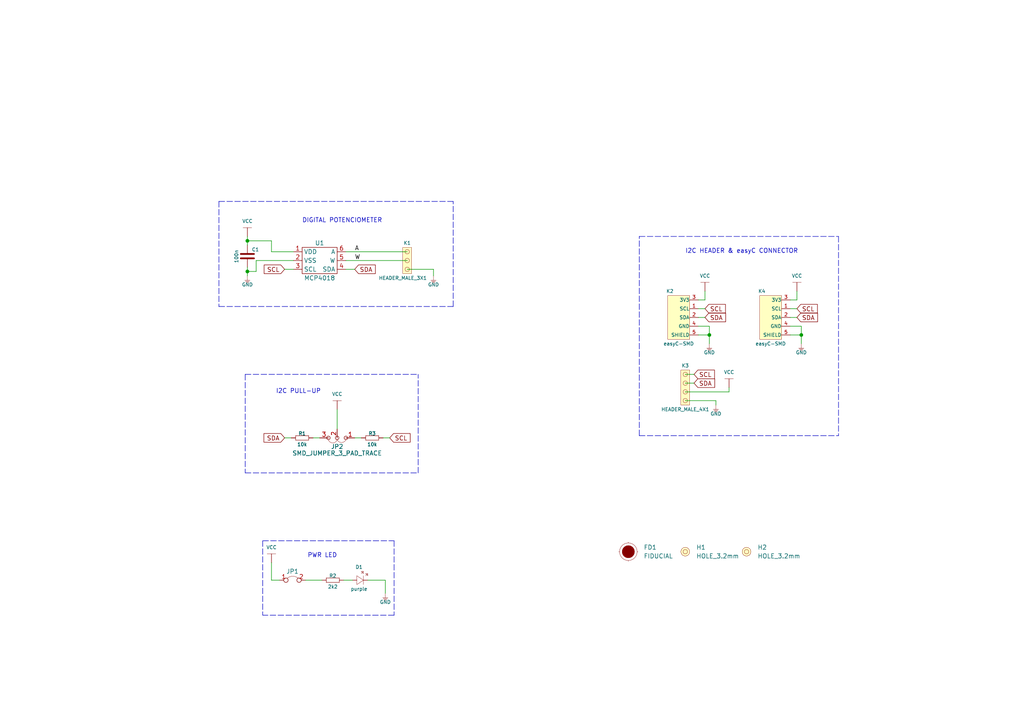
<source format=kicad_sch>
(kicad_sch (version 20210621) (generator eeschema)

  (uuid 672ee9c1-96de-493e-8e00-eb357c183045)

  (paper "A4")

  (lib_symbols
    (symbol "e-radionica.com schematics:0402LED" (pin_numbers hide) (pin_names (offset 0.254) hide) (in_bom yes) (on_board yes)
      (property "Reference" "D" (id 0) (at -0.635 2.54 0)
        (effects (font (size 1 1)))
      )
      (property "Value" "0402LED" (id 1) (at 0 -2.54 0)
        (effects (font (size 1 1)))
      )
      (property "Footprint" "e-radionica.com footprinti:0402LED" (id 2) (at 0 5.08 0)
        (effects (font (size 1 1)) hide)
      )
      (property "Datasheet" "" (id 3) (at 0 0 0)
        (effects (font (size 1 1)) hide)
      )
      (property "Package" "0402" (id 4) (at 0 0 0)
        (effects (font (size 1.27 1.27)) hide)
      )
      (symbol "0402LED_0_1"
        (polyline
          (pts
            (xy -0.635 1.27)
            (xy 1.27 0)
          )
          (stroke (width 0.0006)) (fill (type none))
        )
        (polyline
          (pts
            (xy 0.635 1.905)
            (xy 1.27 2.54)
          )
          (stroke (width 0.0006)) (fill (type none))
        )
        (polyline
          (pts
            (xy 1.27 1.27)
            (xy 1.27 -1.27)
          )
          (stroke (width 0.0006)) (fill (type none))
        )
        (polyline
          (pts
            (xy 1.905 1.27)
            (xy 2.54 1.905)
          )
          (stroke (width 0.0006)) (fill (type none))
        )
        (polyline
          (pts
            (xy -0.635 1.27)
            (xy -0.635 -1.27)
            (xy 1.27 0)
          )
          (stroke (width 0.0006)) (fill (type none))
        )
        (polyline
          (pts
            (xy 1.27 2.54)
            (xy 0.635 2.54)
            (xy 1.27 1.905)
            (xy 1.27 2.54)
          )
          (stroke (width 0.0006)) (fill (type none))
        )
        (polyline
          (pts
            (xy 2.54 1.905)
            (xy 1.905 1.905)
            (xy 2.54 1.27)
            (xy 2.54 1.905)
          )
          (stroke (width 0.0006)) (fill (type none))
        )
      )
      (symbol "0402LED_1_1"
        (pin passive line (at -1.905 0 0) (length 1.27)
          (name "A" (effects (font (size 1.27 1.27))))
          (number "1" (effects (font (size 1.27 1.27))))
        )
        (pin passive line (at 2.54 0 180) (length 1.27)
          (name "K" (effects (font (size 1.27 1.27))))
          (number "2" (effects (font (size 1.27 1.27))))
        )
      )
    )
    (symbol "e-radionica.com schematics:0402R" (pin_numbers hide) (pin_names (offset 0.254)) (in_bom yes) (on_board yes)
      (property "Reference" "R" (id 0) (at -1.905 1.27 0)
        (effects (font (size 1 1)))
      )
      (property "Value" "0402R" (id 1) (at 0 -1.27 0)
        (effects (font (size 1 1)))
      )
      (property "Footprint" "e-radionica.com footprinti:0402R" (id 2) (at -2.54 1.905 0)
        (effects (font (size 1 1)) hide)
      )
      (property "Datasheet" "" (id 3) (at -2.54 1.905 0)
        (effects (font (size 1 1)) hide)
      )
      (symbol "0402R_0_1"
        (rectangle (start -1.905 -0.635) (end 1.905 -0.6604)
          (stroke (width 0.1)) (fill (type none))
        )
        (rectangle (start -1.905 0.635) (end -1.8796 -0.635)
          (stroke (width 0.1)) (fill (type none))
        )
        (rectangle (start -1.905 0.635) (end 1.905 0.6096)
          (stroke (width 0.1)) (fill (type none))
        )
        (rectangle (start 1.905 0.635) (end 1.9304 -0.635)
          (stroke (width 0.1)) (fill (type none))
        )
      )
      (symbol "0402R_1_1"
        (pin passive line (at -3.175 0 0) (length 1.27)
          (name "~" (effects (font (size 1.27 1.27))))
          (number "1" (effects (font (size 1.27 1.27))))
        )
        (pin passive line (at 3.175 0 180) (length 1.27)
          (name "~" (effects (font (size 1.27 1.27))))
          (number "2" (effects (font (size 1.27 1.27))))
        )
      )
    )
    (symbol "e-radionica.com schematics:0603C" (pin_numbers hide) (pin_names (offset 0.002)) (in_bom yes) (on_board yes)
      (property "Reference" "C" (id 0) (at -0.635 3.175 0)
        (effects (font (size 1 1)))
      )
      (property "Value" "0603C" (id 1) (at 0 -3.175 0)
        (effects (font (size 1 1)))
      )
      (property "Footprint" "e-radionica.com footprinti:0603C" (id 2) (at 0 0 0)
        (effects (font (size 1 1)) hide)
      )
      (property "Datasheet" "" (id 3) (at 0 0 0)
        (effects (font (size 1 1)) hide)
      )
      (symbol "0603C_0_1"
        (polyline
          (pts
            (xy -0.635 1.905)
            (xy -0.635 -1.905)
          )
          (stroke (width 0.5)) (fill (type none))
        )
        (polyline
          (pts
            (xy 0.635 1.905)
            (xy 0.635 -1.905)
          )
          (stroke (width 0.5)) (fill (type none))
        )
      )
      (symbol "0603C_1_1"
        (pin passive line (at -3.175 0 0) (length 2.54)
          (name "~" (effects (font (size 1.27 1.27))))
          (number "1" (effects (font (size 1.27 1.27))))
        )
        (pin passive line (at 3.175 0 180) (length 2.54)
          (name "~" (effects (font (size 1.27 1.27))))
          (number "2" (effects (font (size 1.27 1.27))))
        )
      )
    )
    (symbol "e-radionica.com schematics:0603R" (pin_numbers hide) (pin_names (offset 0.254)) (in_bom yes) (on_board yes)
      (property "Reference" "R" (id 0) (at -1.905 1.905 0)
        (effects (font (size 1 1)))
      )
      (property "Value" "0603R" (id 1) (at 0 -1.905 0)
        (effects (font (size 1 1)))
      )
      (property "Footprint" "e-radionica.com footprinti:0603R" (id 2) (at -0.635 1.905 0)
        (effects (font (size 1 1)) hide)
      )
      (property "Datasheet" "" (id 3) (at -0.635 1.905 0)
        (effects (font (size 1 1)) hide)
      )
      (symbol "0603R_0_1"
        (rectangle (start -1.905 -0.635) (end 1.905 -0.6604)
          (stroke (width 0.1)) (fill (type none))
        )
        (rectangle (start -1.905 0.635) (end -1.8796 -0.635)
          (stroke (width 0.1)) (fill (type none))
        )
        (rectangle (start -1.905 0.635) (end 1.905 0.6096)
          (stroke (width 0.1)) (fill (type none))
        )
        (rectangle (start 1.905 0.635) (end 1.9304 -0.635)
          (stroke (width 0.1)) (fill (type none))
        )
      )
      (symbol "0603R_1_1"
        (pin passive line (at -3.175 0 0) (length 1.27)
          (name "~" (effects (font (size 1.27 1.27))))
          (number "1" (effects (font (size 1.27 1.27))))
        )
        (pin passive line (at 3.175 0 180) (length 1.27)
          (name "~" (effects (font (size 1.27 1.27))))
          (number "2" (effects (font (size 1.27 1.27))))
        )
      )
    )
    (symbol "e-radionica.com schematics:FIDUCIAL" (in_bom no) (on_board yes)
      (property "Reference" "FD" (id 0) (at 0 3.81 0)
        (effects (font (size 1.27 1.27)))
      )
      (property "Value" "FIDUCIAL" (id 1) (at 0 -3.81 0)
        (effects (font (size 1.27 1.27)))
      )
      (property "Footprint" "e-radionica.com footprinti:FIDUCIAL_23" (id 2) (at 0.254 -5.334 0)
        (effects (font (size 1.27 1.27)) hide)
      )
      (property "Datasheet" "" (id 3) (at 0 0 0)
        (effects (font (size 1.27 1.27)) hide)
      )
      (symbol "FIDUCIAL_0_1"
        (circle (center 0 0) (radius 2.54) (stroke (width 0.0006)) (fill (type none)))
        (circle (center 0 0) (radius 1.7961) (stroke (width 0.001)) (fill (type outline)))
        (polyline
          (pts
            (xy -2.54 0)
            (xy -2.794 0)
          )
          (stroke (width 0.0006)) (fill (type none))
        )
        (polyline
          (pts
            (xy 0 -2.54)
            (xy 0 -2.794)
          )
          (stroke (width 0.0006)) (fill (type none))
        )
        (polyline
          (pts
            (xy 0 2.54)
            (xy 0 2.794)
          )
          (stroke (width 0.0006)) (fill (type none))
        )
        (polyline
          (pts
            (xy 2.54 0)
            (xy 2.794 0)
          )
          (stroke (width 0.0006)) (fill (type none))
        )
      )
    )
    (symbol "e-radionica.com schematics:GND" (power) (pin_names (offset 0)) (in_bom yes) (on_board yes)
      (property "Reference" "#PWR" (id 0) (at 4.445 0 0)
        (effects (font (size 1 1)) hide)
      )
      (property "Value" "GND" (id 1) (at 0 -2.921 0)
        (effects (font (size 1 1)))
      )
      (property "Footprint" "" (id 2) (at 4.445 3.81 0)
        (effects (font (size 1 1)) hide)
      )
      (property "Datasheet" "" (id 3) (at 4.445 3.81 0)
        (effects (font (size 1 1)) hide)
      )
      (property "ki_keywords" "power-flag" (id 4) (at 0 0 0)
        (effects (font (size 1.27 1.27)) hide)
      )
      (property "ki_description" "Power symbol creates a global label with name \"+3V3\"" (id 5) (at 0 0 0)
        (effects (font (size 1.27 1.27)) hide)
      )
      (symbol "GND_0_1"
        (polyline
          (pts
            (xy -0.762 -1.27)
            (xy 0.762 -1.27)
          )
          (stroke (width 0.0006)) (fill (type none))
        )
        (polyline
          (pts
            (xy -0.635 -1.524)
            (xy 0.635 -1.524)
          )
          (stroke (width 0.0006)) (fill (type none))
        )
        (polyline
          (pts
            (xy -0.381 -1.778)
            (xy 0.381 -1.778)
          )
          (stroke (width 0.0006)) (fill (type none))
        )
        (polyline
          (pts
            (xy -0.127 -2.032)
            (xy 0.127 -2.032)
          )
          (stroke (width 0.0006)) (fill (type none))
        )
        (polyline
          (pts
            (xy 0 0)
            (xy 0 -1.27)
          )
          (stroke (width 0.0006)) (fill (type none))
        )
      )
      (symbol "GND_1_1"
        (pin power_in line (at 0 0 270) (length 0) hide
          (name "GND" (effects (font (size 1.27 1.27))))
          (number "1" (effects (font (size 1.27 1.27))))
        )
      )
    )
    (symbol "e-radionica.com schematics:HEADER_MALE_3X1" (pin_numbers hide) (pin_names hide) (in_bom yes) (on_board yes)
      (property "Reference" "K" (id 0) (at -0.635 5.08 0)
        (effects (font (size 1 1)))
      )
      (property "Value" "HEADER_MALE_3X1" (id 1) (at 0 -5.08 0)
        (effects (font (size 1 1)))
      )
      (property "Footprint" "e-radionica.com footprinti:HEADER_MALE_3X1" (id 2) (at 0 -7.62 0)
        (effects (font (size 1 1)) hide)
      )
      (property "Datasheet" "" (id 3) (at 0 -2.54 0)
        (effects (font (size 1 1)) hide)
      )
      (symbol "HEADER_MALE_3X1_0_1"
        (circle (center 0 -2.54) (radius 0.635) (stroke (width 0.0006)) (fill (type none)))
        (circle (center 0 0) (radius 0.635) (stroke (width 0.0006)) (fill (type none)))
        (circle (center 0 2.54) (radius 0.635) (stroke (width 0.0006)) (fill (type none)))
        (rectangle (start 1.27 -3.81) (end -1.27 3.81)
          (stroke (width 0.001)) (fill (type background))
        )
      )
      (symbol "HEADER_MALE_3X1_1_1"
        (pin passive line (at 0 -2.54 180) (length 0)
          (name "~" (effects (font (size 1 1))))
          (number "1" (effects (font (size 1 1))))
        )
        (pin passive line (at 0 0 180) (length 0)
          (name "~" (effects (font (size 1 1))))
          (number "2" (effects (font (size 1 1))))
        )
        (pin passive line (at 0 2.54 180) (length 0)
          (name "~" (effects (font (size 1 1))))
          (number "3" (effects (font (size 1 1))))
        )
      )
    )
    (symbol "e-radionica.com schematics:HEADER_MALE_4X1" (pin_numbers hide) (pin_names hide) (in_bom yes) (on_board yes)
      (property "Reference" "K" (id 0) (at -0.635 7.62 0)
        (effects (font (size 1 1)))
      )
      (property "Value" "HEADER_MALE_4X1" (id 1) (at 0 -5.08 0)
        (effects (font (size 1 1)))
      )
      (property "Footprint" "e-radionica.com footprinti:HEADER_MALE_4X1" (id 2) (at 0 -2.54 0)
        (effects (font (size 1 1)) hide)
      )
      (property "Datasheet" "" (id 3) (at 0 -2.54 0)
        (effects (font (size 1 1)) hide)
      )
      (symbol "HEADER_MALE_4X1_0_1"
        (circle (center 0 -2.54) (radius 0.635) (stroke (width 0.0006)) (fill (type none)))
        (circle (center 0 0) (radius 0.635) (stroke (width 0.0006)) (fill (type none)))
        (circle (center 0 2.54) (radius 0.635) (stroke (width 0.0006)) (fill (type none)))
        (circle (center 0 5.08) (radius 0.635) (stroke (width 0.0006)) (fill (type none)))
        (rectangle (start 1.27 -3.81) (end -1.27 6.35)
          (stroke (width 0.001)) (fill (type background))
        )
      )
      (symbol "HEADER_MALE_4X1_1_1"
        (pin passive line (at 0 -2.54 180) (length 0)
          (name "~" (effects (font (size 1 1))))
          (number "1" (effects (font (size 1 1))))
        )
        (pin passive line (at 0 0 180) (length 0)
          (name "~" (effects (font (size 1 1))))
          (number "2" (effects (font (size 1 1))))
        )
        (pin passive line (at 0 2.54 180) (length 0)
          (name "~" (effects (font (size 1 1))))
          (number "3" (effects (font (size 1 1))))
        )
        (pin passive line (at 0 5.08 180) (length 0)
          (name "~" (effects (font (size 1 1))))
          (number "4" (effects (font (size 1 1))))
        )
      )
    )
    (symbol "e-radionica.com schematics:HOLE_3.2mm" (pin_numbers hide) (pin_names hide) (in_bom yes) (on_board yes)
      (property "Reference" "H" (id 0) (at 0 2.54 0)
        (effects (font (size 1.27 1.27)))
      )
      (property "Value" "HOLE_3.2mm" (id 1) (at 0 -2.54 0)
        (effects (font (size 1.27 1.27)))
      )
      (property "Footprint" "e-radionica.com footprinti:HOLE_3.2mm" (id 2) (at 0 0 0)
        (effects (font (size 1.27 1.27)) hide)
      )
      (property "Datasheet" "" (id 3) (at 0 0 0)
        (effects (font (size 1.27 1.27)) hide)
      )
      (symbol "HOLE_3.2mm_0_1"
        (circle (center 0 0) (radius 0.635) (stroke (width 0.0006)) (fill (type none)))
        (circle (center 0 0) (radius 1.27) (stroke (width 0.001)) (fill (type background)))
      )
    )
    (symbol "e-radionica.com schematics:MCP4018" (in_bom yes) (on_board yes)
      (property "Reference" "U" (id 0) (at 0 5.08 0)
        (effects (font (size 1.27 1.27)))
      )
      (property "Value" "MCP4018" (id 1) (at 0 -5.08 0)
        (effects (font (size 1.27 1.27)))
      )
      (property "Footprint" "e-radionica.com footprinti:SC70-6" (id 2) (at 0 -7.62 0)
        (effects (font (size 1.27 1.27)) hide)
      )
      (property "Datasheet" "" (id 3) (at 0 0 0)
        (effects (font (size 1.27 1.27)) hide)
      )
      (symbol "MCP4018_0_1"
        (rectangle (start -5.08 3.81) (end 5.08 -3.81)
          (stroke (width 0.1524)) (fill (type none))
        )
      )
      (symbol "MCP4018_1_1"
        (pin power_in line (at -7.62 2.54 0) (length 2.54)
          (name "VDD" (effects (font (size 1.27 1.27))))
          (number "1" (effects (font (size 1.27 1.27))))
        )
        (pin power_in line (at -7.62 0 0) (length 2.54)
          (name "VSS" (effects (font (size 1.27 1.27))))
          (number "2" (effects (font (size 1.27 1.27))))
        )
        (pin bidirectional line (at -7.62 -2.54 0) (length 2.54)
          (name "SCL" (effects (font (size 1.27 1.27))))
          (number "3" (effects (font (size 1.27 1.27))))
        )
        (pin bidirectional line (at 7.62 -2.54 180) (length 2.54)
          (name "SDA" (effects (font (size 1.27 1.27))))
          (number "4" (effects (font (size 1.27 1.27))))
        )
        (pin bidirectional line (at 7.62 0 180) (length 2.54)
          (name "W" (effects (font (size 1.27 1.27))))
          (number "5" (effects (font (size 1.27 1.27))))
        )
        (pin bidirectional line (at 7.62 2.54 180) (length 2.54)
          (name "A" (effects (font (size 1.27 1.27))))
          (number "6" (effects (font (size 1.27 1.27))))
        )
      )
    )
    (symbol "e-radionica.com schematics:SMD-JUMPER-CONNECTED_TRACE_SLODERMASK" (in_bom yes) (on_board yes)
      (property "Reference" "JP" (id 0) (at 0 3.556 0)
        (effects (font (size 1.27 1.27)))
      )
      (property "Value" "SMD-JUMPER-CONNECTED_TRACE_SLODERMASK" (id 1) (at 0 -2.54 0)
        (effects (font (size 1.27 1.27)))
      )
      (property "Footprint" "e-radionica.com footprinti:SMD-JUMPER-CONNECTED_TRACE_SLODERMASK" (id 2) (at 0 -5.715 0)
        (effects (font (size 1.27 1.27)) hide)
      )
      (property "Datasheet" "" (id 3) (at 0 0 0)
        (effects (font (size 1.27 1.27)) hide)
      )
      (symbol "SMD-JUMPER-CONNECTED_TRACE_SLODERMASK_0_1"
        (arc (start -1.8034 0.5588) (end 1.397 0.5842) (radius (at -0.1875 -1.4124) (length 2.5489) (angles 129.3 51.6))
          (stroke (width 0.0006)) (fill (type none))
        )
      )
      (symbol "SMD-JUMPER-CONNECTED_TRACE_SLODERMASK_1_1"
        (pin passive inverted (at -4.064 0 0) (length 2.54)
          (name "" (effects (font (size 1.27 1.27))))
          (number "1" (effects (font (size 1.27 1.27))))
        )
        (pin passive inverted (at 3.556 0 180) (length 2.54)
          (name "" (effects (font (size 1.27 1.27))))
          (number "2" (effects (font (size 1.27 1.27))))
        )
      )
    )
    (symbol "e-radionica.com schematics:SMD_JUMPER_3_PAD_TRACE" (in_bom yes) (on_board yes)
      (property "Reference" "JP" (id 0) (at 0.0254 5.461 0)
        (effects (font (size 1.27 1.27)))
      )
      (property "Value" "SMD_JUMPER_3_PAD_TRACE" (id 1) (at 0.3048 -4.572 0)
        (effects (font (size 1.27 1.27)))
      )
      (property "Footprint" "e-radionica.com footprinti:SMD_JUMPER_3_PAD_TRACE" (id 2) (at 0 -1.27 0)
        (effects (font (size 1.27 1.27)) hide)
      )
      (property "Datasheet" "" (id 3) (at 0 0 0)
        (effects (font (size 1.27 1.27)) hide)
      )
      (symbol "SMD_JUMPER_3_PAD_TRACE_0_1"
        (arc (start -2.54 0.508) (end 0 0.508) (radius (at -1.27 -0.0203) (length 1.3755) (angles 157.4 22.6))
          (stroke (width 0.0006)) (fill (type none))
        )
        (arc (start 0 0.508) (end 2.54 0.508) (radius (at 1.27 0.1612) (length 1.3165) (angles 164.7 15.3))
          (stroke (width 0.0006)) (fill (type none))
        )
        (circle (center -2.54 0) (radius 0.508) (stroke (width 0.1524)) (fill (type none)))
        (circle (center 0 0) (radius 0.508) (stroke (width 0.1524)) (fill (type none)))
        (circle (center 2.54 0) (radius 0.508) (stroke (width 0.1524)) (fill (type none)))
      )
      (symbol "SMD_JUMPER_3_PAD_TRACE_1_1"
        (pin input line (at -5.08 0 0) (length 2.54)
          (name "" (effects (font (size 1.27 1.27))))
          (number "1" (effects (font (size 1.27 1.27))))
        )
        (pin input line (at 0 -2.54 90) (length 2.54)
          (name "" (effects (font (size 1.27 1.27))))
          (number "2" (effects (font (size 1.27 1.27))))
        )
        (pin input line (at 5.08 0 180) (length 2.54)
          (name "" (effects (font (size 1.27 1.27))))
          (number "3" (effects (font (size 1.27 1.27))))
        )
      )
    )
    (symbol "e-radionica.com schematics:VCC" (power) (pin_names (offset 0)) (in_bom yes) (on_board yes)
      (property "Reference" "#PWR" (id 0) (at 4.445 0 0)
        (effects (font (size 1 1)) hide)
      )
      (property "Value" "VCC" (id 1) (at 0 3.556 0)
        (effects (font (size 1 1)))
      )
      (property "Footprint" "" (id 2) (at 4.445 3.81 0)
        (effects (font (size 1 1)) hide)
      )
      (property "Datasheet" "" (id 3) (at 4.445 3.81 0)
        (effects (font (size 1 1)) hide)
      )
      (property "ki_keywords" "power-flag" (id 4) (at 0 0 0)
        (effects (font (size 1.27 1.27)) hide)
      )
      (property "ki_description" "Power symbol creates a global label with name \"VCC\"" (id 5) (at 0 0 0)
        (effects (font (size 1.27 1.27)) hide)
      )
      (symbol "VCC_0_1"
        (polyline
          (pts
            (xy -1.27 2.54)
            (xy 1.27 2.54)
          )
          (stroke (width 0.0006)) (fill (type none))
        )
        (polyline
          (pts
            (xy 0 0)
            (xy 0 2.54)
          )
          (stroke (width 0)) (fill (type none))
        )
      )
      (symbol "VCC_1_1"
        (pin power_in line (at 0 0 90) (length 0) hide
          (name "VCC" (effects (font (size 1.27 1.27))))
          (number "1" (effects (font (size 1.27 1.27))))
        )
      )
    )
    (symbol "e-radionica.com schematics:easyC-SMD" (pin_names (offset 0.002)) (in_bom yes) (on_board yes)
      (property "Reference" "K" (id 0) (at -2.54 10.16 0)
        (effects (font (size 1 1)))
      )
      (property "Value" "easyC-SMD" (id 1) (at 0 -5.08 0)
        (effects (font (size 1 1)))
      )
      (property "Footprint" "e-radionica.com footprinti:easyC-connector" (id 2) (at 3.175 2.54 0)
        (effects (font (size 1 1)) hide)
      )
      (property "Datasheet" "" (id 3) (at 3.175 2.54 0)
        (effects (font (size 1 1)) hide)
      )
      (symbol "easyC-SMD_0_1"
        (rectangle (start -3.175 8.89) (end 3.175 -3.81)
          (stroke (width 0.001)) (fill (type background))
        )
      )
      (symbol "easyC-SMD_1_1"
        (pin passive line (at 5.715 5.08 180) (length 2.54)
          (name "SCL" (effects (font (size 1 1))))
          (number "1" (effects (font (size 1 1))))
        )
        (pin passive line (at 5.715 2.54 180) (length 2.54)
          (name "SDA" (effects (font (size 1 1))))
          (number "2" (effects (font (size 1 1))))
        )
        (pin passive line (at 5.715 7.62 180) (length 2.54)
          (name "3V3" (effects (font (size 1 1))))
          (number "3" (effects (font (size 1 1))))
        )
        (pin passive line (at 5.715 0 180) (length 2.54)
          (name "GND" (effects (font (size 1 1))))
          (number "4" (effects (font (size 1 1))))
        )
        (pin passive line (at 5.715 -2.54 180) (length 2.54)
          (name "SHIELD" (effects (font (size 1 1))))
          (number "5" (effects (font (size 1 1))))
        )
      )
    )
  )

  (junction (at 71.755 69.85) (diameter 0.9144) (color 0 0 0 0))
  (junction (at 71.755 78.74) (diameter 0.9144) (color 0 0 0 0))
  (junction (at 205.74 97.155) (diameter 0.9144) (color 0 0 0 0))
  (junction (at 232.41 97.155) (diameter 0.9144) (color 0 0 0 0))

  (wire (pts (xy 71.755 68.58) (xy 71.755 69.85))
    (stroke (width 0) (type solid) (color 0 0 0 0))
    (uuid 62479371-498e-4774-89a8-375f81f7cc92)
  )
  (wire (pts (xy 71.755 69.85) (xy 71.755 71.12))
    (stroke (width 0) (type solid) (color 0 0 0 0))
    (uuid 62479371-498e-4774-89a8-375f81f7cc92)
  )
  (wire (pts (xy 71.755 77.47) (xy 71.755 78.74))
    (stroke (width 0) (type solid) (color 0 0 0 0))
    (uuid ac0923ca-43dd-41a0-86b0-2395ed6a53e6)
  )
  (wire (pts (xy 71.755 78.74) (xy 71.755 80.01))
    (stroke (width 0) (type solid) (color 0 0 0 0))
    (uuid ac0923ca-43dd-41a0-86b0-2395ed6a53e6)
  )
  (wire (pts (xy 74.295 75.565) (xy 74.295 78.74))
    (stroke (width 0) (type solid) (color 0 0 0 0))
    (uuid 2c78e546-114b-46b5-8c91-b0bb61509ba4)
  )
  (wire (pts (xy 74.295 78.74) (xy 71.755 78.74))
    (stroke (width 0) (type solid) (color 0 0 0 0))
    (uuid 2c78e546-114b-46b5-8c91-b0bb61509ba4)
  )
  (wire (pts (xy 78.74 69.85) (xy 71.755 69.85))
    (stroke (width 0) (type solid) (color 0 0 0 0))
    (uuid df13bfa3-8175-4e7c-9d32-64d1f7e9caf6)
  )
  (wire (pts (xy 78.74 73.025) (xy 78.74 69.85))
    (stroke (width 0) (type solid) (color 0 0 0 0))
    (uuid df13bfa3-8175-4e7c-9d32-64d1f7e9caf6)
  )
  (wire (pts (xy 78.74 168.275) (xy 78.74 163.195))
    (stroke (width 0) (type solid) (color 0 0 0 0))
    (uuid b01f7654-bc34-447e-ab6a-a044b371059d)
  )
  (wire (pts (xy 81.026 168.275) (xy 78.74 168.275))
    (stroke (width 0) (type solid) (color 0 0 0 0))
    (uuid 8784baad-eb80-4c87-ba17-f9d2a831ab48)
  )
  (wire (pts (xy 82.55 78.105) (xy 85.09 78.105))
    (stroke (width 0) (type solid) (color 0 0 0 0))
    (uuid dd1af8b5-bcce-4cbd-8d02-ef4186e0f6dc)
  )
  (wire (pts (xy 82.55 127) (xy 84.455 127))
    (stroke (width 0) (type solid) (color 0 0 0 0))
    (uuid 5a646355-716c-434c-813b-adfd4187ec40)
  )
  (wire (pts (xy 85.09 73.025) (xy 78.74 73.025))
    (stroke (width 0) (type solid) (color 0 0 0 0))
    (uuid df13bfa3-8175-4e7c-9d32-64d1f7e9caf6)
  )
  (wire (pts (xy 85.09 75.565) (xy 74.295 75.565))
    (stroke (width 0) (type solid) (color 0 0 0 0))
    (uuid 2c78e546-114b-46b5-8c91-b0bb61509ba4)
  )
  (wire (pts (xy 88.646 168.275) (xy 93.345 168.275))
    (stroke (width 0) (type solid) (color 0 0 0 0))
    (uuid f46b43b9-462b-4412-a44e-d5ef5f0e4855)
  )
  (wire (pts (xy 90.805 127) (xy 92.71 127))
    (stroke (width 0) (type solid) (color 0 0 0 0))
    (uuid 422b7069-a7c4-40a3-a0a9-4bed39d3be1e)
  )
  (wire (pts (xy 97.79 118.745) (xy 97.79 124.46))
    (stroke (width 0) (type solid) (color 0 0 0 0))
    (uuid 7c051912-bb33-44a5-b78b-b25f5e735664)
  )
  (wire (pts (xy 99.695 168.275) (xy 102.235 168.275))
    (stroke (width 0) (type solid) (color 0 0 0 0))
    (uuid 9cbcb59d-bf51-41f1-8f94-a624f94ce02c)
  )
  (wire (pts (xy 100.33 73.025) (xy 118.11 73.025))
    (stroke (width 0) (type solid) (color 0 0 0 0))
    (uuid 9195da9f-1781-4678-a9df-174db52de8a1)
  )
  (wire (pts (xy 100.33 75.565) (xy 118.11 75.565))
    (stroke (width 0) (type solid) (color 0 0 0 0))
    (uuid 0af3500f-0f3e-4599-8f36-66cdd67c5a90)
  )
  (wire (pts (xy 100.33 78.105) (xy 102.87 78.105))
    (stroke (width 0) (type solid) (color 0 0 0 0))
    (uuid a90eb7cc-e0f0-4593-ac6b-33839c1a7a37)
  )
  (wire (pts (xy 102.87 127) (xy 104.775 127))
    (stroke (width 0) (type solid) (color 0 0 0 0))
    (uuid d329dc9d-6ee5-4cfc-9a55-50d3a0d03f31)
  )
  (wire (pts (xy 106.68 168.275) (xy 111.76 168.275))
    (stroke (width 0) (type solid) (color 0 0 0 0))
    (uuid 29b8a57b-de41-4c86-8155-53ab1205d224)
  )
  (wire (pts (xy 111.125 127) (xy 113.03 127))
    (stroke (width 0) (type solid) (color 0 0 0 0))
    (uuid 4071bb2d-05b1-474a-b12e-45461548f617)
  )
  (wire (pts (xy 111.76 168.275) (xy 111.76 172.085))
    (stroke (width 0) (type solid) (color 0 0 0 0))
    (uuid 27365360-de3d-4f3a-85ae-c8a02d727860)
  )
  (wire (pts (xy 125.73 78.105) (xy 118.11 78.105))
    (stroke (width 0) (type solid) (color 0 0 0 0))
    (uuid 5f5220c0-b895-492c-83d0-3212af97c9bb)
  )
  (wire (pts (xy 125.73 80.01) (xy 125.73 78.105))
    (stroke (width 0) (type solid) (color 0 0 0 0))
    (uuid 5f5220c0-b895-492c-83d0-3212af97c9bb)
  )
  (wire (pts (xy 198.755 108.585) (xy 201.295 108.585))
    (stroke (width 0) (type solid) (color 0 0 0 0))
    (uuid 69685247-8eab-4973-8c09-866a87103f46)
  )
  (wire (pts (xy 198.755 111.125) (xy 201.295 111.125))
    (stroke (width 0) (type solid) (color 0 0 0 0))
    (uuid 5e467db3-8247-4800-8b55-9042a5424688)
  )
  (wire (pts (xy 198.755 113.665) (xy 211.455 113.665))
    (stroke (width 0) (type solid) (color 0 0 0 0))
    (uuid 5859d514-c1d7-4b0f-b11f-43868d90e9a9)
  )
  (wire (pts (xy 198.755 116.205) (xy 207.645 116.205))
    (stroke (width 0) (type solid) (color 0 0 0 0))
    (uuid ff8a5ddd-9947-44e3-b3ee-c2dde7454b10)
  )
  (wire (pts (xy 202.565 86.995) (xy 204.47 86.995))
    (stroke (width 0) (type solid) (color 0 0 0 0))
    (uuid 8ec5419e-d212-4702-b2b6-8f57646ac26f)
  )
  (wire (pts (xy 202.565 89.535) (xy 204.47 89.535))
    (stroke (width 0) (type solid) (color 0 0 0 0))
    (uuid 8133f0ee-b535-43a5-9f5e-22ad73f9f526)
  )
  (wire (pts (xy 202.565 92.075) (xy 204.47 92.075))
    (stroke (width 0) (type solid) (color 0 0 0 0))
    (uuid 5bac669f-6830-479c-95b7-d64f4970aa8c)
  )
  (wire (pts (xy 202.565 94.615) (xy 205.74 94.615))
    (stroke (width 0) (type solid) (color 0 0 0 0))
    (uuid 58b84b12-bff0-4662-b90d-32d3383b1fe9)
  )
  (wire (pts (xy 202.565 97.155) (xy 205.74 97.155))
    (stroke (width 0) (type solid) (color 0 0 0 0))
    (uuid ecc60e9e-fb32-44a1-bc7c-71d68741848b)
  )
  (wire (pts (xy 204.47 86.995) (xy 204.47 84.455))
    (stroke (width 0) (type solid) (color 0 0 0 0))
    (uuid 42fb77e8-107c-41df-b93e-403a2b24123a)
  )
  (wire (pts (xy 205.74 94.615) (xy 205.74 97.155))
    (stroke (width 0) (type solid) (color 0 0 0 0))
    (uuid eabefbe3-1f54-4e51-b49e-3119f050cf5e)
  )
  (wire (pts (xy 205.74 97.155) (xy 205.74 99.695))
    (stroke (width 0) (type solid) (color 0 0 0 0))
    (uuid 6ae498fb-34e0-4767-a8cc-0719a7621d25)
  )
  (wire (pts (xy 207.645 116.205) (xy 207.645 117.475))
    (stroke (width 0) (type solid) (color 0 0 0 0))
    (uuid 058f674c-2dd5-4454-ae9d-c2ad86dc21c4)
  )
  (wire (pts (xy 211.455 113.665) (xy 211.455 112.395))
    (stroke (width 0) (type solid) (color 0 0 0 0))
    (uuid 55e75d6c-2478-44c8-9596-11557e067dac)
  )
  (wire (pts (xy 229.235 86.995) (xy 231.14 86.995))
    (stroke (width 0) (type solid) (color 0 0 0 0))
    (uuid ecf38acc-fcaf-462f-8883-30f85a91c8b7)
  )
  (wire (pts (xy 229.235 89.535) (xy 231.14 89.535))
    (stroke (width 0) (type solid) (color 0 0 0 0))
    (uuid bd78546e-17b2-4a62-87de-14d9b378c6e4)
  )
  (wire (pts (xy 229.235 92.075) (xy 231.14 92.075))
    (stroke (width 0) (type solid) (color 0 0 0 0))
    (uuid 8baaff35-3943-4312-9abb-b0b19cff1c8c)
  )
  (wire (pts (xy 229.235 94.615) (xy 232.41 94.615))
    (stroke (width 0) (type solid) (color 0 0 0 0))
    (uuid fad1270b-910c-4cd0-bf56-23ccfa674681)
  )
  (wire (pts (xy 229.235 97.155) (xy 232.41 97.155))
    (stroke (width 0) (type solid) (color 0 0 0 0))
    (uuid 03b3beee-2c30-4c21-b6ef-4864a4640355)
  )
  (wire (pts (xy 231.14 86.995) (xy 231.14 84.455))
    (stroke (width 0) (type solid) (color 0 0 0 0))
    (uuid 58289661-db4b-4a7e-ad25-8ef6cd85c772)
  )
  (wire (pts (xy 232.41 94.615) (xy 232.41 97.155))
    (stroke (width 0) (type solid) (color 0 0 0 0))
    (uuid 188cfe44-ef89-47d9-89ea-93c809792a64)
  )
  (wire (pts (xy 232.41 97.155) (xy 232.41 99.695))
    (stroke (width 0) (type solid) (color 0 0 0 0))
    (uuid 5d21b5d2-4d43-4673-9946-9097cfe5b5b7)
  )
  (polyline (pts (xy 63.5 58.42) (xy 63.5 88.9))
    (stroke (width 0) (type dash) (color 0 0 0 0))
    (uuid 1ab5c45f-3a83-426f-828a-670d40d9e756)
  )
  (polyline (pts (xy 63.5 58.42) (xy 131.445 58.42))
    (stroke (width 0) (type dash) (color 0 0 0 0))
    (uuid 1ab5c45f-3a83-426f-828a-670d40d9e756)
  )
  (polyline (pts (xy 63.5 88.9) (xy 131.445 88.9))
    (stroke (width 0) (type dash) (color 0 0 0 0))
    (uuid 1ab5c45f-3a83-426f-828a-670d40d9e756)
  )
  (polyline (pts (xy 71.12 108.585) (xy 71.12 137.16))
    (stroke (width 0) (type dash) (color 0 0 0 0))
    (uuid acabcc7e-075b-4ff1-b0f7-e6ce2ad598dc)
  )
  (polyline (pts (xy 71.12 108.585) (xy 121.285 108.585))
    (stroke (width 0) (type dash) (color 0 0 0 0))
    (uuid acabcc7e-075b-4ff1-b0f7-e6ce2ad598dc)
  )
  (polyline (pts (xy 71.12 137.16) (xy 121.285 137.16))
    (stroke (width 0) (type dash) (color 0 0 0 0))
    (uuid acabcc7e-075b-4ff1-b0f7-e6ce2ad598dc)
  )
  (polyline (pts (xy 76.2 156.845) (xy 76.2 178.435))
    (stroke (width 0) (type dash) (color 0 0 0 0))
    (uuid 93afa188-18ac-4bc6-921e-51513649c017)
  )
  (polyline (pts (xy 76.2 156.845) (xy 114.3 156.845))
    (stroke (width 0) (type dash) (color 0 0 0 0))
    (uuid 255fd520-20aa-465e-9994-89400e6b7651)
  )
  (polyline (pts (xy 114.3 156.845) (xy 114.3 178.435))
    (stroke (width 0) (type dash) (color 0 0 0 0))
    (uuid f45a6ffa-6fde-4f23-9eca-f0c19e3daf0f)
  )
  (polyline (pts (xy 114.3 178.435) (xy 76.2 178.435))
    (stroke (width 0) (type dash) (color 0 0 0 0))
    (uuid 1ef1eed1-2f0c-430f-bc65-0a0968888031)
  )
  (polyline (pts (xy 121.285 137.16) (xy 121.285 108.585))
    (stroke (width 0) (type dash) (color 0 0 0 0))
    (uuid acabcc7e-075b-4ff1-b0f7-e6ce2ad598dc)
  )
  (polyline (pts (xy 131.445 88.9) (xy 131.445 58.42))
    (stroke (width 0) (type dash) (color 0 0 0 0))
    (uuid 1ab5c45f-3a83-426f-828a-670d40d9e756)
  )
  (polyline (pts (xy 185.42 68.58) (xy 243.205 68.58))
    (stroke (width 0) (type dash) (color 0 0 0 0))
    (uuid 6e87833f-53e0-4eb4-810c-b778c318b170)
  )
  (polyline (pts (xy 185.42 126.365) (xy 185.42 68.58))
    (stroke (width 0) (type dash) (color 0 0 0 0))
    (uuid 6e87833f-53e0-4eb4-810c-b778c318b170)
  )
  (polyline (pts (xy 185.42 126.365) (xy 243.205 126.365))
    (stroke (width 0) (type dash) (color 0 0 0 0))
    (uuid 6e87833f-53e0-4eb4-810c-b778c318b170)
  )
  (polyline (pts (xy 243.205 68.58) (xy 243.205 126.365))
    (stroke (width 0) (type dash) (color 0 0 0 0))
    (uuid 6e87833f-53e0-4eb4-810c-b778c318b170)
  )

  (text "I2C PULL-UP" (at 80.01 114.3 0)
    (effects (font (size 1.27 1.27)) (justify left bottom))
    (uuid 06e78be1-8b3b-47ef-a9e2-6ad081bc7cd2)
  )
  (text "DIGITAL POTENCIOMETER" (at 87.63 64.77 0)
    (effects (font (size 1.27 1.27)) (justify left bottom))
    (uuid e7293745-36b5-4ce5-981d-cd6eb8260c42)
  )
  (text "PWR LED" (at 97.79 161.925 180)
    (effects (font (size 1.27 1.27)) (justify right bottom))
    (uuid 99cc2985-71d5-47d9-840c-f3740c2952b1)
  )
  (text "I2C HEADER & easyC CONNECTOR" (at 198.755 73.66 0)
    (effects (font (size 1.27 1.27)) (justify left bottom))
    (uuid 2d3c7a27-ad53-4867-8889-70d688e4d958)
  )

  (label "A" (at 102.87 73.025 0)
    (effects (font (size 1.27 1.27)) (justify left bottom))
    (uuid ca1db6f7-3e01-4c38-a009-ae18e0dee91e)
  )
  (label "W" (at 102.87 75.565 0)
    (effects (font (size 1.27 1.27)) (justify left bottom))
    (uuid b3a8834c-f516-4733-9cf7-8d3a3c728faf)
  )

  (global_label "SCL" (shape input) (at 82.55 78.105 180)
    (effects (font (size 1.27 1.27)) (justify right))
    (uuid f355c9b2-7193-4603-b8c2-72316fc60fbd)
    (property "Intersheet References" "${INTERSHEET_REFS}" (id 0) (at 73.8958 78.1844 0)
      (effects (font (size 1.27 1.27)) (justify right) hide)
    )
  )
  (global_label "SDA" (shape input) (at 82.55 127 180)
    (effects (font (size 1.27 1.27)) (justify right))
    (uuid 54b06975-4c0d-4cb4-b0d1-a0cf1e2c2260)
    (property "Intersheet References" "${INTERSHEET_REFS}" (id 0) (at 73.8353 126.9206 0)
      (effects (font (size 1.27 1.27)) (justify right) hide)
    )
  )
  (global_label "SDA" (shape input) (at 102.87 78.105 0)
    (effects (font (size 1.27 1.27)) (justify left))
    (uuid 6ae59fae-7c0b-498d-a89c-b92782760e23)
    (property "Intersheet References" "${INTERSHEET_REFS}" (id 0) (at 111.5847 78.1844 0)
      (effects (font (size 1.27 1.27)) (justify left) hide)
    )
  )
  (global_label "SCL" (shape input) (at 113.03 127 0)
    (effects (font (size 1.27 1.27)) (justify left))
    (uuid 15ef0b73-3404-4840-94db-6ee78e443453)
    (property "Intersheet References" "${INTERSHEET_REFS}" (id 0) (at 121.6842 126.9206 0)
      (effects (font (size 1.27 1.27)) (justify left) hide)
    )
  )
  (global_label "SCL" (shape input) (at 201.295 108.585 0)
    (effects (font (size 1.27 1.27)) (justify left))
    (uuid b2725eb1-5333-4030-8d28-64b4539a61c7)
    (property "Intersheet References" "${INTERSHEET_REFS}" (id 0) (at 209.9492 108.5056 0)
      (effects (font (size 1.27 1.27)) (justify left) hide)
    )
  )
  (global_label "SDA" (shape input) (at 201.295 111.125 0)
    (effects (font (size 1.27 1.27)) (justify left))
    (uuid f5d3d8b4-4317-49a3-9a0f-02d4e296c33f)
    (property "Intersheet References" "${INTERSHEET_REFS}" (id 0) (at 210.0097 111.2044 0)
      (effects (font (size 1.27 1.27)) (justify left) hide)
    )
  )
  (global_label "SCL" (shape input) (at 204.47 89.535 0)
    (effects (font (size 1.27 1.27)) (justify left))
    (uuid 156205bd-30db-4890-808e-da0c37d12def)
    (property "Intersheet References" "${INTERSHEET_REFS}" (id 0) (at 214.9385 89.4556 0)
      (effects (font (size 1.27 1.27)) (justify left) hide)
    )
  )
  (global_label "SDA" (shape input) (at 204.47 92.075 0)
    (effects (font (size 1.27 1.27)) (justify left))
    (uuid 8b01b9b2-2299-4b4e-9f37-971ce4c3fc90)
    (property "Intersheet References" "${INTERSHEET_REFS}" (id 0) (at 214.999 92.1544 0)
      (effects (font (size 1.27 1.27)) (justify left) hide)
    )
  )
  (global_label "SCL" (shape input) (at 231.14 89.535 0)
    (effects (font (size 1.27 1.27)) (justify left))
    (uuid e265aa00-878b-4c0d-86a2-b8020f832e27)
    (property "Intersheet References" "${INTERSHEET_REFS}" (id 0) (at 241.6085 89.4556 0)
      (effects (font (size 1.27 1.27)) (justify left) hide)
    )
  )
  (global_label "SDA" (shape input) (at 231.14 92.075 0)
    (effects (font (size 1.27 1.27)) (justify left))
    (uuid 722c7e29-acb7-428b-9043-5da93788c0da)
    (property "Intersheet References" "${INTERSHEET_REFS}" (id 0) (at 241.669 92.1544 0)
      (effects (font (size 1.27 1.27)) (justify left) hide)
    )
  )

  (symbol (lib_id "e-radionica.com schematics:GND") (at 71.755 80.01 0) (unit 1)
    (in_bom yes) (on_board yes)
    (uuid a18014c3-303f-48bd-a5c6-1878d24dee0a)
    (property "Reference" "#PWR02" (id 0) (at 76.2 80.01 0)
      (effects (font (size 1 1)) hide)
    )
    (property "Value" "GND" (id 1) (at 71.755 82.55 0)
      (effects (font (size 1 1)))
    )
    (property "Footprint" "" (id 2) (at 76.2 76.2 0)
      (effects (font (size 1 1)) hide)
    )
    (property "Datasheet" "" (id 3) (at 76.2 76.2 0)
      (effects (font (size 1 1)) hide)
    )
    (pin "1" (uuid 71383f5a-0971-4976-af1f-38454863e0bb))
  )

  (symbol (lib_id "e-radionica.com schematics:GND") (at 111.76 172.085 0) (unit 1)
    (in_bom yes) (on_board yes)
    (uuid 3387d863-c128-4649-ba73-091896b6d67a)
    (property "Reference" "#PWR05" (id 0) (at 116.205 172.085 0)
      (effects (font (size 1 1)) hide)
    )
    (property "Value" "GND" (id 1) (at 111.76 174.625 0)
      (effects (font (size 1 1)))
    )
    (property "Footprint" "" (id 2) (at 116.205 168.275 0)
      (effects (font (size 1 1)) hide)
    )
    (property "Datasheet" "" (id 3) (at 116.205 168.275 0)
      (effects (font (size 1 1)) hide)
    )
    (pin "1" (uuid 3dd070be-ca31-4fe7-9f59-24b5ddd1991c))
  )

  (symbol (lib_id "e-radionica.com schematics:GND") (at 125.73 80.01 0) (unit 1)
    (in_bom yes) (on_board yes)
    (uuid 01ffabf9-eccc-4a94-bd91-8ef4076545ce)
    (property "Reference" "#PWR06" (id 0) (at 130.175 80.01 0)
      (effects (font (size 1 1)) hide)
    )
    (property "Value" "GND" (id 1) (at 125.73 82.55 0)
      (effects (font (size 1 1)))
    )
    (property "Footprint" "" (id 2) (at 130.175 76.2 0)
      (effects (font (size 1 1)) hide)
    )
    (property "Datasheet" "" (id 3) (at 130.175 76.2 0)
      (effects (font (size 1 1)) hide)
    )
    (pin "1" (uuid 76b738ff-e5fd-42e4-8f3b-e96aa98ea228))
  )

  (symbol (lib_id "e-radionica.com schematics:GND") (at 205.74 99.695 0) (unit 1)
    (in_bom yes) (on_board yes)
    (uuid 9d720028-a977-4db1-a676-de2280344ace)
    (property "Reference" "#PWR08" (id 0) (at 210.185 99.695 0)
      (effects (font (size 1 1)) hide)
    )
    (property "Value" "GND" (id 1) (at 205.74 102.235 0)
      (effects (font (size 1 1)))
    )
    (property "Footprint" "" (id 2) (at 210.185 95.885 0)
      (effects (font (size 1 1)) hide)
    )
    (property "Datasheet" "" (id 3) (at 210.185 95.885 0)
      (effects (font (size 1 1)) hide)
    )
    (pin "1" (uuid 7bf4ade2-205f-41a2-aaa4-dddd04c492f6))
  )

  (symbol (lib_id "e-radionica.com schematics:GND") (at 207.645 117.475 0) (unit 1)
    (in_bom yes) (on_board yes)
    (uuid eb5208d6-a598-43e0-80e0-f11ab67cdf35)
    (property "Reference" "#PWR09" (id 0) (at 212.09 117.475 0)
      (effects (font (size 1 1)) hide)
    )
    (property "Value" "GND" (id 1) (at 207.645 120.015 0)
      (effects (font (size 1 1)))
    )
    (property "Footprint" "" (id 2) (at 212.09 113.665 0)
      (effects (font (size 1 1)) hide)
    )
    (property "Datasheet" "" (id 3) (at 212.09 113.665 0)
      (effects (font (size 1 1)) hide)
    )
    (pin "1" (uuid ad9008bc-96d4-4603-b082-a99dcc3f1d0f))
  )

  (symbol (lib_id "e-radionica.com schematics:GND") (at 232.41 99.695 0) (unit 1)
    (in_bom yes) (on_board yes)
    (uuid 61e7e533-309e-457d-8c93-9209f7c52cdb)
    (property "Reference" "#PWR012" (id 0) (at 236.855 99.695 0)
      (effects (font (size 1 1)) hide)
    )
    (property "Value" "GND" (id 1) (at 232.41 102.235 0)
      (effects (font (size 1 1)))
    )
    (property "Footprint" "" (id 2) (at 236.855 95.885 0)
      (effects (font (size 1 1)) hide)
    )
    (property "Datasheet" "" (id 3) (at 236.855 95.885 0)
      (effects (font (size 1 1)) hide)
    )
    (pin "1" (uuid 4626a76d-b16d-48ae-9bf7-04462f612e58))
  )

  (symbol (lib_id "e-radionica.com schematics:HOLE_3.2mm") (at 198.755 160.02 0) (unit 1)
    (in_bom yes) (on_board yes) (fields_autoplaced)
    (uuid edb70e95-feba-4b08-8529-af007ec8d9bc)
    (property "Reference" "H1" (id 0) (at 201.93 158.7499 0)
      (effects (font (size 1.27 1.27)) (justify left))
    )
    (property "Value" "HOLE_3.2mm" (id 1) (at 201.93 161.2899 0)
      (effects (font (size 1.27 1.27)) (justify left))
    )
    (property "Footprint" "e-radionica.com footprinti:HOLE_3.2mm" (id 2) (at 198.755 160.02 0)
      (effects (font (size 1.27 1.27)) hide)
    )
    (property "Datasheet" "" (id 3) (at 198.755 160.02 0)
      (effects (font (size 1.27 1.27)) hide)
    )
  )

  (symbol (lib_id "e-radionica.com schematics:HOLE_3.2mm") (at 216.535 160.02 0) (unit 1)
    (in_bom yes) (on_board yes) (fields_autoplaced)
    (uuid c59bb755-ed76-4c1b-8eb9-d492237ceae2)
    (property "Reference" "H2" (id 0) (at 219.71 158.7499 0)
      (effects (font (size 1.27 1.27)) (justify left))
    )
    (property "Value" "HOLE_3.2mm" (id 1) (at 219.71 161.2899 0)
      (effects (font (size 1.27 1.27)) (justify left))
    )
    (property "Footprint" "e-radionica.com footprinti:HOLE_3.2mm" (id 2) (at 216.535 160.02 0)
      (effects (font (size 1.27 1.27)) hide)
    )
    (property "Datasheet" "" (id 3) (at 216.535 160.02 0)
      (effects (font (size 1.27 1.27)) hide)
    )
  )

  (symbol (lib_id "e-radionica.com schematics:VCC") (at 71.755 68.58 0) (unit 1)
    (in_bom yes) (on_board yes) (fields_autoplaced)
    (uuid 787b41ef-750a-46da-8e7b-0393758ccbf1)
    (property "Reference" "#PWR01" (id 0) (at 76.2 68.58 0)
      (effects (font (size 1 1)) hide)
    )
    (property "Value" "VCC" (id 1) (at 71.755 64.135 0)
      (effects (font (size 1 1)))
    )
    (property "Footprint" "" (id 2) (at 76.2 64.77 0)
      (effects (font (size 1 1)) hide)
    )
    (property "Datasheet" "" (id 3) (at 76.2 64.77 0)
      (effects (font (size 1 1)) hide)
    )
    (pin "1" (uuid 5c9851ef-9a21-4c1d-91ed-b1d2463f28c8))
  )

  (symbol (lib_id "e-radionica.com schematics:VCC") (at 78.74 163.195 0) (unit 1)
    (in_bom yes) (on_board yes) (fields_autoplaced)
    (uuid d133a422-f65b-4aee-8173-bfc27502235d)
    (property "Reference" "#PWR03" (id 0) (at 83.185 163.195 0)
      (effects (font (size 1 1)) hide)
    )
    (property "Value" "VCC" (id 1) (at 78.74 158.75 0)
      (effects (font (size 1 1)))
    )
    (property "Footprint" "" (id 2) (at 83.185 159.385 0)
      (effects (font (size 1 1)) hide)
    )
    (property "Datasheet" "" (id 3) (at 83.185 159.385 0)
      (effects (font (size 1 1)) hide)
    )
    (pin "1" (uuid 10ebfc96-3820-466b-92b4-4d9dc2b74fa0))
  )

  (symbol (lib_id "e-radionica.com schematics:VCC") (at 97.79 118.745 0) (unit 1)
    (in_bom yes) (on_board yes) (fields_autoplaced)
    (uuid e7c89a82-8607-4284-97bc-696751f1a724)
    (property "Reference" "#PWR04" (id 0) (at 102.235 118.745 0)
      (effects (font (size 1 1)) hide)
    )
    (property "Value" "VCC" (id 1) (at 97.79 114.3 0)
      (effects (font (size 1 1)))
    )
    (property "Footprint" "" (id 2) (at 102.235 114.935 0)
      (effects (font (size 1 1)) hide)
    )
    (property "Datasheet" "" (id 3) (at 102.235 114.935 0)
      (effects (font (size 1 1)) hide)
    )
    (pin "1" (uuid a3df60da-292b-4c95-bc3f-388f98f71254))
  )

  (symbol (lib_id "e-radionica.com schematics:VCC") (at 204.47 84.455 0) (unit 1)
    (in_bom yes) (on_board yes) (fields_autoplaced)
    (uuid 31dc3c33-dff0-4133-a611-10f819d2ddb4)
    (property "Reference" "#PWR07" (id 0) (at 208.915 84.455 0)
      (effects (font (size 1 1)) hide)
    )
    (property "Value" "VCC" (id 1) (at 204.47 80.01 0)
      (effects (font (size 1 1)))
    )
    (property "Footprint" "" (id 2) (at 208.915 80.645 0)
      (effects (font (size 1 1)) hide)
    )
    (property "Datasheet" "" (id 3) (at 208.915 80.645 0)
      (effects (font (size 1 1)) hide)
    )
    (pin "1" (uuid c28036df-cbf8-4d62-8d2b-5e25448d499e))
  )

  (symbol (lib_id "e-radionica.com schematics:VCC") (at 211.455 112.395 0) (unit 1)
    (in_bom yes) (on_board yes) (fields_autoplaced)
    (uuid 42d26f6c-ae2c-456b-bf49-6ee626ad57a5)
    (property "Reference" "#PWR010" (id 0) (at 215.9 112.395 0)
      (effects (font (size 1 1)) hide)
    )
    (property "Value" "VCC" (id 1) (at 211.455 107.95 0)
      (effects (font (size 1 1)))
    )
    (property "Footprint" "" (id 2) (at 215.9 108.585 0)
      (effects (font (size 1 1)) hide)
    )
    (property "Datasheet" "" (id 3) (at 215.9 108.585 0)
      (effects (font (size 1 1)) hide)
    )
    (pin "1" (uuid baaadc29-5f73-4c1f-a930-fc9df786796f))
  )

  (symbol (lib_id "e-radionica.com schematics:VCC") (at 231.14 84.455 0) (unit 1)
    (in_bom yes) (on_board yes) (fields_autoplaced)
    (uuid fcc6bf81-475d-4ac3-bf72-d315cd48c3f9)
    (property "Reference" "#PWR011" (id 0) (at 235.585 84.455 0)
      (effects (font (size 1 1)) hide)
    )
    (property "Value" "VCC" (id 1) (at 231.14 80.01 0)
      (effects (font (size 1 1)))
    )
    (property "Footprint" "" (id 2) (at 235.585 80.645 0)
      (effects (font (size 1 1)) hide)
    )
    (property "Datasheet" "" (id 3) (at 235.585 80.645 0)
      (effects (font (size 1 1)) hide)
    )
    (pin "1" (uuid b74a6795-1429-41c4-a2f9-ab681f32c387))
  )

  (symbol (lib_id "e-radionica.com schematics:0603R") (at 87.63 127 0) (unit 1)
    (in_bom yes) (on_board yes)
    (uuid de914b03-54de-4a3d-a1b5-de8a7ce89593)
    (property "Reference" "R1" (id 0) (at 87.63 125.73 0)
      (effects (font (size 1 1)))
    )
    (property "Value" "10k" (id 1) (at 87.63 128.905 0)
      (effects (font (size 1 1)))
    )
    (property "Footprint" "e-radionica.com footprinti:0603R" (id 2) (at 86.995 125.095 0)
      (effects (font (size 1 1)) hide)
    )
    (property "Datasheet" "" (id 3) (at 86.995 125.095 0)
      (effects (font (size 1 1)) hide)
    )
    (pin "1" (uuid 6733b42a-709c-4ca6-b2b6-b8635a1a85af))
    (pin "2" (uuid df4067eb-8f96-404d-ab83-533aa942936c))
  )

  (symbol (lib_id "e-radionica.com schematics:0402R") (at 96.52 168.275 0) (unit 1)
    (in_bom yes) (on_board yes)
    (uuid b3da24b4-501e-42d2-a5d6-1af51c35c1c5)
    (property "Reference" "R2" (id 0) (at 96.52 167.005 0)
      (effects (font (size 1 1)))
    )
    (property "Value" "2k2" (id 1) (at 96.52 170.18 0)
      (effects (font (size 1 1)))
    )
    (property "Footprint" "e-radionica.com footprinti:0402R" (id 2) (at 93.98 166.37 0)
      (effects (font (size 1 1)) hide)
    )
    (property "Datasheet" "" (id 3) (at 93.98 166.37 0)
      (effects (font (size 1 1)) hide)
    )
    (pin "1" (uuid 0ff74b3e-3d1a-4b5f-92fd-733de72a470f))
    (pin "2" (uuid 6d7cdf50-c786-453a-9720-45641982bcd6))
  )

  (symbol (lib_id "e-radionica.com schematics:0603R") (at 107.95 127 0) (unit 1)
    (in_bom yes) (on_board yes)
    (uuid 3baeee29-d97a-4493-9f7e-f38039c21016)
    (property "Reference" "R3" (id 0) (at 107.95 125.73 0)
      (effects (font (size 1 1)))
    )
    (property "Value" "10k" (id 1) (at 107.95 128.905 0)
      (effects (font (size 1 1)))
    )
    (property "Footprint" "e-radionica.com footprinti:0603R" (id 2) (at 107.315 125.095 0)
      (effects (font (size 1 1)) hide)
    )
    (property "Datasheet" "" (id 3) (at 107.315 125.095 0)
      (effects (font (size 1 1)) hide)
    )
    (pin "1" (uuid 8511256a-678d-4fa5-9999-88f7b17f0979))
    (pin "2" (uuid 354cec04-3d75-4db0-9419-649cb0cc2fe6))
  )

  (symbol (lib_id "e-radionica.com schematics:SMD-JUMPER-CONNECTED_TRACE_SLODERMASK") (at 85.09 168.275 0) (unit 1)
    (in_bom yes) (on_board yes)
    (uuid 881cd28b-9321-42b5-855c-2ff1fd324906)
    (property "Reference" "JP1" (id 0) (at 84.836 165.735 0))
    (property "Value" "SMD-JUMPER-CONNECTED_TRACE_SLODERMASK" (id 1) (at 84.836 170.815 0)
      (effects (font (size 1.27 1.27)) hide)
    )
    (property "Footprint" "e-radionica.com footprinti:SMD-JUMPER-CONNECTED_TRACE_SLODERMASK" (id 2) (at 85.09 173.99 0)
      (effects (font (size 1.27 1.27)) hide)
    )
    (property "Datasheet" "" (id 3) (at 85.09 168.275 0)
      (effects (font (size 1.27 1.27)) hide)
    )
    (pin "1" (uuid a8a25cce-5e3f-476c-b56f-fd4ab578a9b8))
    (pin "2" (uuid d8307d36-7bbf-4853-8422-32fef05e5c12))
  )

  (symbol (lib_id "e-radionica.com schematics:HEADER_MALE_3X1") (at 118.11 75.565 0) (unit 1)
    (in_bom yes) (on_board yes)
    (uuid 67acf413-8e1f-410f-98ef-69d4843f9a97)
    (property "Reference" "K1" (id 0) (at 118.11 70.485 0)
      (effects (font (size 1 1)))
    )
    (property "Value" "HEADER_MALE_3X1" (id 1) (at 116.84 80.645 0)
      (effects (font (size 1 1)))
    )
    (property "Footprint" "e-radionica.com footprinti:HEADER_MALE_3X1" (id 2) (at 118.11 83.185 0)
      (effects (font (size 1 1)) hide)
    )
    (property "Datasheet" "" (id 3) (at 118.11 78.105 0)
      (effects (font (size 1 1)) hide)
    )
    (pin "1" (uuid e1dd57ae-bac3-40c1-8074-2199e91355cb))
    (pin "2" (uuid 8d445d9e-3478-4b04-bb34-83d4aa0ef956))
    (pin "3" (uuid a769e284-1c74-46da-af15-da94500e68d7))
  )

  (symbol (lib_id "e-radionica.com schematics:0402LED") (at 104.14 168.275 0) (unit 1)
    (in_bom yes) (on_board yes)
    (uuid ddbdb2f3-3fb5-4fcf-9fe4-c27c8c1c490d)
    (property "Reference" "D1" (id 0) (at 104.14 164.465 0)
      (effects (font (size 1 1)))
    )
    (property "Value" "purple" (id 1) (at 104.14 170.815 0)
      (effects (font (size 1 1)))
    )
    (property "Footprint" "e-radionica.com footprinti:0402LED" (id 2) (at 104.14 163.195 0)
      (effects (font (size 1 1)) hide)
    )
    (property "Datasheet" "" (id 3) (at 104.14 168.275 0)
      (effects (font (size 1 1)) hide)
    )
    (property "Package" "0402" (id 4) (at 104.14 168.275 0)
      (effects (font (size 1.27 1.27)) hide)
    )
    (pin "1" (uuid 79ea0d1c-d7e5-4b4f-bb8b-2716b76f27cb))
    (pin "2" (uuid 6126e547-2613-40fa-b046-ea4ef5cf0de3))
  )

  (symbol (lib_id "e-radionica.com schematics:HEADER_MALE_4X1") (at 198.755 113.665 0) (unit 1)
    (in_bom yes) (on_board yes)
    (uuid f509cba4-4d5f-43ed-85e2-f34b943b89af)
    (property "Reference" "K3" (id 0) (at 198.755 106.045 0)
      (effects (font (size 1 1)))
    )
    (property "Value" "HEADER_MALE_4X1" (id 1) (at 198.755 118.745 0)
      (effects (font (size 1 1)))
    )
    (property "Footprint" "e-radionica.com footprinti:HEADER_MALE_4X1" (id 2) (at 198.755 116.205 0)
      (effects (font (size 1 1)) hide)
    )
    (property "Datasheet" "" (id 3) (at 198.755 116.205 0)
      (effects (font (size 1 1)) hide)
    )
    (pin "1" (uuid 5a963a13-20c0-461d-94ff-38cf7d6efb79))
    (pin "2" (uuid 42fd9a79-0d7d-4d1a-bb71-10a5b8fda27e))
    (pin "3" (uuid c8d63c70-222b-45e9-b86d-60847d0ab35f))
    (pin "4" (uuid c3c3af79-26da-48fb-a4b4-afe82d77ae11))
  )

  (symbol (lib_id "e-radionica.com schematics:0603C") (at 71.755 74.295 90) (unit 1)
    (in_bom yes) (on_board yes)
    (uuid f0b4caae-8e67-4065-80f7-1dfc32daaaf8)
    (property "Reference" "C1" (id 0) (at 73.025 72.39 90)
      (effects (font (size 1 1)) (justify right))
    )
    (property "Value" "100n" (id 1) (at 68.58 72.39 0)
      (effects (font (size 1 1)) (justify right))
    )
    (property "Footprint" "e-radionica.com footprinti:0603C" (id 2) (at 71.755 74.295 0)
      (effects (font (size 1 1)) hide)
    )
    (property "Datasheet" "" (id 3) (at 71.755 74.295 0)
      (effects (font (size 1 1)) hide)
    )
    (pin "1" (uuid 57f959ef-bf98-47c7-8ec2-d889157afc97))
    (pin "2" (uuid 9c9af9ab-40a0-4b99-96cc-56f97d80dc96))
  )

  (symbol (lib_id "e-radionica.com schematics:FIDUCIAL") (at 182.245 160.02 0) (unit 1)
    (in_bom no) (on_board yes) (fields_autoplaced)
    (uuid 9f7b25e2-9113-40d4-90c1-2cb9910f51fd)
    (property "Reference" "FD1" (id 0) (at 186.69 158.7499 0)
      (effects (font (size 1.27 1.27)) (justify left))
    )
    (property "Value" "FIDUCIAL" (id 1) (at 186.69 161.2899 0)
      (effects (font (size 1.27 1.27)) (justify left))
    )
    (property "Footprint" "e-radionica.com footprinti:FIDUCIAL_23" (id 2) (at 182.499 165.354 0)
      (effects (font (size 1.27 1.27)) hide)
    )
    (property "Datasheet" "" (id 3) (at 182.245 160.02 0)
      (effects (font (size 1.27 1.27)) hide)
    )
  )

  (symbol (lib_id "e-radionica.com schematics:SMD_JUMPER_3_PAD_TRACE") (at 97.79 127 180) (unit 1)
    (in_bom yes) (on_board yes)
    (uuid 70d981e0-1aba-440d-b2f4-b8634092793d)
    (property "Reference" "JP2" (id 0) (at 97.79 129.54 0))
    (property "Value" "SMD_JUMPER_3_PAD_TRACE" (id 1) (at 97.79 131.445 0))
    (property "Footprint" "e-radionica.com footprinti:SMD_JUMPER_3_PAD_TRACE" (id 2) (at 97.79 125.73 0)
      (effects (font (size 1.27 1.27)) hide)
    )
    (property "Datasheet" "" (id 3) (at 97.79 127 0)
      (effects (font (size 1.27 1.27)) hide)
    )
    (pin "1" (uuid fa69fb1f-4f4a-4b83-8a5e-092ab834386a))
    (pin "2" (uuid ea9f0ba0-1841-4137-877c-fd6d80e82045))
    (pin "3" (uuid 0f709d89-fcb6-4617-a67d-83526af6ed9a))
  )

  (symbol (lib_id "e-radionica.com schematics:easyC-SMD") (at 196.85 94.615 0) (unit 1)
    (in_bom yes) (on_board yes)
    (uuid 4eb0d5b9-f8db-42f4-9bd4-c63149233134)
    (property "Reference" "K2" (id 0) (at 194.31 84.455 0)
      (effects (font (size 1 1)))
    )
    (property "Value" "easyC-SMD" (id 1) (at 196.85 99.695 0)
      (effects (font (size 1 1)))
    )
    (property "Footprint" "e-radionica.com footprinti:easyC-connector" (id 2) (at 200.025 92.075 0)
      (effects (font (size 1 1)) hide)
    )
    (property "Datasheet" "" (id 3) (at 200.025 92.075 0)
      (effects (font (size 1 1)) hide)
    )
    (pin "1" (uuid 0fbd6258-f16a-4929-b946-b64c5db2cb86))
    (pin "2" (uuid cdebc91e-6d9a-45de-8ef1-dc0d95d44f1b))
    (pin "3" (uuid 78c43102-f13a-4cb4-abad-7be518c08996))
    (pin "4" (uuid 2a913882-42b1-4521-88b5-4d0e781edbe0))
    (pin "5" (uuid 7e357b50-5d5d-426b-9502-7d12ccd357c9))
  )

  (symbol (lib_id "e-radionica.com schematics:easyC-SMD") (at 223.52 94.615 0) (unit 1)
    (in_bom yes) (on_board yes)
    (uuid 0d4c6c08-634a-457a-8fee-d14c5016f537)
    (property "Reference" "K4" (id 0) (at 220.98 84.455 0)
      (effects (font (size 1 1)))
    )
    (property "Value" "easyC-SMD" (id 1) (at 223.52 99.695 0)
      (effects (font (size 1 1)))
    )
    (property "Footprint" "e-radionica.com footprinti:easyC-connector" (id 2) (at 226.695 92.075 0)
      (effects (font (size 1 1)) hide)
    )
    (property "Datasheet" "" (id 3) (at 226.695 92.075 0)
      (effects (font (size 1 1)) hide)
    )
    (pin "1" (uuid 557cb0f2-d97b-4290-b7c3-6c6af9d4f3d9))
    (pin "2" (uuid aa87ae60-ec6e-4639-aff2-d89a8a44da4a))
    (pin "3" (uuid 12874fae-6bec-4706-ac65-ff44c3666c65))
    (pin "4" (uuid 0a33e089-0d4c-40c3-98d2-59d72d7b95c1))
    (pin "5" (uuid 443beffb-de2c-4c3a-b9c9-455f34c15e5c))
  )

  (symbol (lib_id "e-radionica.com schematics:MCP4018") (at 92.71 75.565 0) (unit 1)
    (in_bom yes) (on_board yes)
    (uuid 352f404b-a384-4bc8-9fd6-c769dcce4858)
    (property "Reference" "U1" (id 0) (at 92.71 70.485 0))
    (property "Value" "MCP4018" (id 1) (at 92.71 80.645 0))
    (property "Footprint" "e-radionica.com footprinti:SC70-6" (id 2) (at 92.71 83.185 0)
      (effects (font (size 1.27 1.27)) hide)
    )
    (property "Datasheet" "" (id 3) (at 92.71 75.565 0)
      (effects (font (size 1.27 1.27)) hide)
    )
    (pin "1" (uuid 86daa7b0-c66a-4241-ad84-32dab3a3fbac))
    (pin "2" (uuid 6a94d0df-a533-4a7c-9516-06ada9b331d1))
    (pin "3" (uuid f727b7e9-f9d5-4dc9-88ee-8ab9df884eb1))
    (pin "4" (uuid 950f3c45-5311-4e1b-bad3-4c9c5921fd54))
    (pin "5" (uuid a72423d2-8177-4741-a3ae-ac1262c8d18c))
    (pin "6" (uuid ccd3ac2f-98a5-4203-aa9b-aa9f4046e98f))
  )

  (sheet_instances
    (path "/" (page "1"))
  )

  (symbol_instances
    (path "/787b41ef-750a-46da-8e7b-0393758ccbf1"
      (reference "#PWR01") (unit 1) (value "VCC") (footprint "")
    )
    (path "/a18014c3-303f-48bd-a5c6-1878d24dee0a"
      (reference "#PWR02") (unit 1) (value "GND") (footprint "")
    )
    (path "/d133a422-f65b-4aee-8173-bfc27502235d"
      (reference "#PWR03") (unit 1) (value "VCC") (footprint "")
    )
    (path "/e7c89a82-8607-4284-97bc-696751f1a724"
      (reference "#PWR04") (unit 1) (value "VCC") (footprint "")
    )
    (path "/3387d863-c128-4649-ba73-091896b6d67a"
      (reference "#PWR05") (unit 1) (value "GND") (footprint "")
    )
    (path "/01ffabf9-eccc-4a94-bd91-8ef4076545ce"
      (reference "#PWR06") (unit 1) (value "GND") (footprint "")
    )
    (path "/31dc3c33-dff0-4133-a611-10f819d2ddb4"
      (reference "#PWR07") (unit 1) (value "VCC") (footprint "")
    )
    (path "/9d720028-a977-4db1-a676-de2280344ace"
      (reference "#PWR08") (unit 1) (value "GND") (footprint "")
    )
    (path "/eb5208d6-a598-43e0-80e0-f11ab67cdf35"
      (reference "#PWR09") (unit 1) (value "GND") (footprint "")
    )
    (path "/42d26f6c-ae2c-456b-bf49-6ee626ad57a5"
      (reference "#PWR010") (unit 1) (value "VCC") (footprint "")
    )
    (path "/fcc6bf81-475d-4ac3-bf72-d315cd48c3f9"
      (reference "#PWR011") (unit 1) (value "VCC") (footprint "")
    )
    (path "/61e7e533-309e-457d-8c93-9209f7c52cdb"
      (reference "#PWR012") (unit 1) (value "GND") (footprint "")
    )
    (path "/f0b4caae-8e67-4065-80f7-1dfc32daaaf8"
      (reference "C1") (unit 1) (value "100n") (footprint "e-radionica.com footprinti:0603C")
    )
    (path "/ddbdb2f3-3fb5-4fcf-9fe4-c27c8c1c490d"
      (reference "D1") (unit 1) (value "purple") (footprint "e-radionica.com footprinti:0402LED")
    )
    (path "/9f7b25e2-9113-40d4-90c1-2cb9910f51fd"
      (reference "FD1") (unit 1) (value "FIDUCIAL") (footprint "e-radionica.com footprinti:FIDUCIAL_23")
    )
    (path "/edb70e95-feba-4b08-8529-af007ec8d9bc"
      (reference "H1") (unit 1) (value "HOLE_3.2mm") (footprint "e-radionica.com footprinti:HOLE_3.2mm")
    )
    (path "/c59bb755-ed76-4c1b-8eb9-d492237ceae2"
      (reference "H2") (unit 1) (value "HOLE_3.2mm") (footprint "e-radionica.com footprinti:HOLE_3.2mm")
    )
    (path "/881cd28b-9321-42b5-855c-2ff1fd324906"
      (reference "JP1") (unit 1) (value "SMD-JUMPER-CONNECTED_TRACE_SLODERMASK") (footprint "e-radionica.com footprinti:SMD-JUMPER-CONNECTED_TRACE_SLODERMASK")
    )
    (path "/70d981e0-1aba-440d-b2f4-b8634092793d"
      (reference "JP2") (unit 1) (value "SMD_JUMPER_3_PAD_TRACE") (footprint "e-radionica.com footprinti:SMD_JUMPER_3_PAD_TRACE")
    )
    (path "/67acf413-8e1f-410f-98ef-69d4843f9a97"
      (reference "K1") (unit 1) (value "HEADER_MALE_3X1") (footprint "e-radionica.com footprinti:HEADER_MALE_3X1")
    )
    (path "/4eb0d5b9-f8db-42f4-9bd4-c63149233134"
      (reference "K2") (unit 1) (value "easyC-SMD") (footprint "e-radionica.com footprinti:easyC-connector")
    )
    (path "/f509cba4-4d5f-43ed-85e2-f34b943b89af"
      (reference "K3") (unit 1) (value "HEADER_MALE_4X1") (footprint "e-radionica.com footprinti:HEADER_MALE_4X1")
    )
    (path "/0d4c6c08-634a-457a-8fee-d14c5016f537"
      (reference "K4") (unit 1) (value "easyC-SMD") (footprint "e-radionica.com footprinti:easyC-connector")
    )
    (path "/de914b03-54de-4a3d-a1b5-de8a7ce89593"
      (reference "R1") (unit 1) (value "10k") (footprint "e-radionica.com footprinti:0603R")
    )
    (path "/b3da24b4-501e-42d2-a5d6-1af51c35c1c5"
      (reference "R2") (unit 1) (value "2k2") (footprint "e-radionica.com footprinti:0402R")
    )
    (path "/3baeee29-d97a-4493-9f7e-f38039c21016"
      (reference "R3") (unit 1) (value "10k") (footprint "e-radionica.com footprinti:0603R")
    )
    (path "/352f404b-a384-4bc8-9fd6-c769dcce4858"
      (reference "U1") (unit 1) (value "MCP4018") (footprint "e-radionica.com footprinti:SC70-6")
    )
  )
)

</source>
